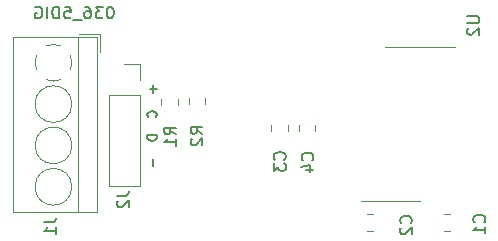
<source format=gbr>
G04 #@! TF.GenerationSoftware,KiCad,Pcbnew,5.1.5+dfsg1-2build2*
G04 #@! TF.CreationDate,2021-11-16T17:13:54-05:00*
G04 #@! TF.ProjectId,036INCH_5DIGIT,30333649-4e43-4485-9f35-44494749542e,rev?*
G04 #@! TF.SameCoordinates,Original*
G04 #@! TF.FileFunction,Legend,Bot*
G04 #@! TF.FilePolarity,Positive*
%FSLAX46Y46*%
G04 Gerber Fmt 4.6, Leading zero omitted, Abs format (unit mm)*
G04 Created by KiCad (PCBNEW 5.1.5+dfsg1-2build2) date 2021-11-16 17:13:54*
%MOMM*%
%LPD*%
G04 APERTURE LIST*
%ADD10C,0.150000*%
%ADD11C,0.120000*%
G04 APERTURE END LIST*
D10*
X110334038Y-100887280D02*
X110238800Y-100887280D01*
X110143561Y-100934900D01*
X110095942Y-100982519D01*
X110048323Y-101077757D01*
X110000704Y-101268233D01*
X110000704Y-101506328D01*
X110048323Y-101696804D01*
X110095942Y-101792042D01*
X110143561Y-101839661D01*
X110238800Y-101887280D01*
X110334038Y-101887280D01*
X110429276Y-101839661D01*
X110476895Y-101792042D01*
X110524514Y-101696804D01*
X110572133Y-101506328D01*
X110572133Y-101268233D01*
X110524514Y-101077757D01*
X110476895Y-100982519D01*
X110429276Y-100934900D01*
X110334038Y-100887280D01*
X109667371Y-100887280D02*
X109048323Y-100887280D01*
X109381657Y-101268233D01*
X109238800Y-101268233D01*
X109143561Y-101315852D01*
X109095942Y-101363471D01*
X109048323Y-101458709D01*
X109048323Y-101696804D01*
X109095942Y-101792042D01*
X109143561Y-101839661D01*
X109238800Y-101887280D01*
X109524514Y-101887280D01*
X109619752Y-101839661D01*
X109667371Y-101792042D01*
X108191180Y-100887280D02*
X108381657Y-100887280D01*
X108476895Y-100934900D01*
X108524514Y-100982519D01*
X108619752Y-101125376D01*
X108667371Y-101315852D01*
X108667371Y-101696804D01*
X108619752Y-101792042D01*
X108572133Y-101839661D01*
X108476895Y-101887280D01*
X108286419Y-101887280D01*
X108191180Y-101839661D01*
X108143561Y-101792042D01*
X108095942Y-101696804D01*
X108095942Y-101458709D01*
X108143561Y-101363471D01*
X108191180Y-101315852D01*
X108286419Y-101268233D01*
X108476895Y-101268233D01*
X108572133Y-101315852D01*
X108619752Y-101363471D01*
X108667371Y-101458709D01*
X107905466Y-101982519D02*
X107143561Y-101982519D01*
X106429276Y-100887280D02*
X106905466Y-100887280D01*
X106953085Y-101363471D01*
X106905466Y-101315852D01*
X106810228Y-101268233D01*
X106572133Y-101268233D01*
X106476895Y-101315852D01*
X106429276Y-101363471D01*
X106381657Y-101458709D01*
X106381657Y-101696804D01*
X106429276Y-101792042D01*
X106476895Y-101839661D01*
X106572133Y-101887280D01*
X106810228Y-101887280D01*
X106905466Y-101839661D01*
X106953085Y-101792042D01*
X105953085Y-101887280D02*
X105953085Y-100887280D01*
X105714990Y-100887280D01*
X105572133Y-100934900D01*
X105476895Y-101030138D01*
X105429276Y-101125376D01*
X105381657Y-101315852D01*
X105381657Y-101458709D01*
X105429276Y-101649185D01*
X105476895Y-101744423D01*
X105572133Y-101839661D01*
X105714990Y-101887280D01*
X105953085Y-101887280D01*
X104953085Y-101887280D02*
X104953085Y-100887280D01*
X103953085Y-100934900D02*
X104048323Y-100887280D01*
X104191180Y-100887280D01*
X104334038Y-100934900D01*
X104429276Y-101030138D01*
X104476895Y-101125376D01*
X104524514Y-101315852D01*
X104524514Y-101458709D01*
X104476895Y-101649185D01*
X104429276Y-101744423D01*
X104334038Y-101839661D01*
X104191180Y-101887280D01*
X104095942Y-101887280D01*
X103953085Y-101839661D01*
X103905466Y-101792042D01*
X103905466Y-101458709D01*
X104095942Y-101458709D01*
X113925342Y-107556728D02*
X113925342Y-108166252D01*
X114230104Y-107861490D02*
X113620580Y-107861490D01*
X114153914Y-110223395D02*
X114192009Y-110185300D01*
X114230104Y-110071014D01*
X114230104Y-109994823D01*
X114192009Y-109880538D01*
X114115819Y-109804347D01*
X114039628Y-109766252D01*
X113887247Y-109728157D01*
X113772961Y-109728157D01*
X113620580Y-109766252D01*
X113544390Y-109804347D01*
X113468200Y-109880538D01*
X113430104Y-109994823D01*
X113430104Y-110071014D01*
X113468200Y-110185300D01*
X113506295Y-110223395D01*
X114230104Y-111785300D02*
X113430104Y-111785300D01*
X113430104Y-111975776D01*
X113468200Y-112090061D01*
X113544390Y-112166252D01*
X113620580Y-112204347D01*
X113772961Y-112242442D01*
X113887247Y-112242442D01*
X114039628Y-112204347D01*
X114115819Y-112166252D01*
X114192009Y-112090061D01*
X114230104Y-111975776D01*
X114230104Y-111785300D01*
X113925342Y-113804347D02*
X113925342Y-114413871D01*
D11*
X112810600Y-105756400D02*
X111480600Y-105756400D01*
X112810600Y-107086400D02*
X112810600Y-105756400D01*
X112810600Y-108356400D02*
X110150600Y-108356400D01*
X110150600Y-108356400D02*
X110150600Y-116036400D01*
X112810600Y-108356400D02*
X112810600Y-116036400D01*
X112810600Y-116036400D02*
X110150600Y-116036400D01*
X118350100Y-108641248D02*
X118350100Y-109163752D01*
X116930100Y-108641248D02*
X116930100Y-109163752D01*
X116013300Y-108666648D02*
X116013300Y-109189152D01*
X114593300Y-108666648D02*
X114593300Y-109189152D01*
X127659200Y-110914548D02*
X127659200Y-111437052D01*
X126239200Y-110914548D02*
X126239200Y-111437052D01*
X125322400Y-110863748D02*
X125322400Y-111386252D01*
X123902400Y-110863748D02*
X123902400Y-111386252D01*
X132569852Y-119886800D02*
X132047348Y-119886800D01*
X132569852Y-118466800D02*
X132047348Y-118466800D01*
X139072252Y-119886800D02*
X138549748Y-119886800D01*
X139072252Y-118466800D02*
X138549748Y-118466800D01*
X109386200Y-103238600D02*
X109386200Y-104738600D01*
X107646200Y-103238600D02*
X109386200Y-103238600D01*
X102026200Y-118298600D02*
X109146200Y-118298600D01*
X102026200Y-103478600D02*
X109146200Y-103478600D01*
X109146200Y-103478600D02*
X109146200Y-118298600D01*
X102026200Y-103478600D02*
X102026200Y-118298600D01*
X107586200Y-103478600D02*
X107586200Y-118298600D01*
X107041200Y-116138600D02*
G75*
G03X107041200Y-116138600I-1555000J0D01*
G01*
X107041200Y-112638600D02*
G75*
G03X107041200Y-112638600I-1555000J0D01*
G01*
X107041200Y-109138600D02*
G75*
G03X107041200Y-109138600I-1555000J0D01*
G01*
X107041692Y-105665611D02*
G75*
G03X106918200Y-105030600I-1555492J27011D01*
G01*
X106093942Y-104206491D02*
G75*
G03X104878200Y-104206600I-607742J-1432109D01*
G01*
X104054091Y-105030858D02*
G75*
G03X104054200Y-106246600I1432109J-607742D01*
G01*
X104878458Y-107070709D02*
G75*
G03X106094200Y-107070600I607742J1432109D01*
G01*
X106917585Y-106246187D02*
G75*
G03X107041200Y-105638600I-1431385J607587D01*
G01*
X131525000Y-117362900D02*
X136525000Y-117362900D01*
X133525000Y-104302900D02*
X139525000Y-104302900D01*
D10*
X110882180Y-116874966D02*
X111596466Y-116874966D01*
X111739323Y-116827347D01*
X111834561Y-116732109D01*
X111882180Y-116589252D01*
X111882180Y-116494014D01*
X110977419Y-117303538D02*
X110929800Y-117351157D01*
X110882180Y-117446395D01*
X110882180Y-117684490D01*
X110929800Y-117779728D01*
X110977419Y-117827347D01*
X111072657Y-117874966D01*
X111167895Y-117874966D01*
X111310752Y-117827347D01*
X111882180Y-117255919D01*
X111882180Y-117874966D01*
X118092480Y-111669533D02*
X117616290Y-111336200D01*
X118092480Y-111098104D02*
X117092480Y-111098104D01*
X117092480Y-111479057D01*
X117140100Y-111574295D01*
X117187719Y-111621914D01*
X117282957Y-111669533D01*
X117425814Y-111669533D01*
X117521052Y-111621914D01*
X117568671Y-111574295D01*
X117616290Y-111479057D01*
X117616290Y-111098104D01*
X117187719Y-112050485D02*
X117140100Y-112098104D01*
X117092480Y-112193342D01*
X117092480Y-112431438D01*
X117140100Y-112526676D01*
X117187719Y-112574295D01*
X117282957Y-112621914D01*
X117378195Y-112621914D01*
X117521052Y-112574295D01*
X118092480Y-112002866D01*
X118092480Y-112621914D01*
X115857280Y-111707633D02*
X115381090Y-111374300D01*
X115857280Y-111136204D02*
X114857280Y-111136204D01*
X114857280Y-111517157D01*
X114904900Y-111612395D01*
X114952519Y-111660014D01*
X115047757Y-111707633D01*
X115190614Y-111707633D01*
X115285852Y-111660014D01*
X115333471Y-111612395D01*
X115381090Y-111517157D01*
X115381090Y-111136204D01*
X115857280Y-112660014D02*
X115857280Y-112088585D01*
X115857280Y-112374300D02*
X114857280Y-112374300D01*
X115000138Y-112279061D01*
X115095376Y-112183823D01*
X115142995Y-112088585D01*
X127407942Y-113879333D02*
X127455561Y-113831714D01*
X127503180Y-113688857D01*
X127503180Y-113593619D01*
X127455561Y-113450761D01*
X127360323Y-113355523D01*
X127265085Y-113307904D01*
X127074609Y-113260285D01*
X126931752Y-113260285D01*
X126741276Y-113307904D01*
X126646038Y-113355523D01*
X126550800Y-113450761D01*
X126503180Y-113593619D01*
X126503180Y-113688857D01*
X126550800Y-113831714D01*
X126598419Y-113879333D01*
X126836514Y-114736476D02*
X127503180Y-114736476D01*
X126455561Y-114498380D02*
X127169847Y-114260285D01*
X127169847Y-114879333D01*
X125045742Y-113828533D02*
X125093361Y-113780914D01*
X125140980Y-113638057D01*
X125140980Y-113542819D01*
X125093361Y-113399961D01*
X124998123Y-113304723D01*
X124902885Y-113257104D01*
X124712409Y-113209485D01*
X124569552Y-113209485D01*
X124379076Y-113257104D01*
X124283838Y-113304723D01*
X124188600Y-113399961D01*
X124140980Y-113542819D01*
X124140980Y-113638057D01*
X124188600Y-113780914D01*
X124236219Y-113828533D01*
X124140980Y-114161866D02*
X124140980Y-114780914D01*
X124521933Y-114447580D01*
X124521933Y-114590438D01*
X124569552Y-114685676D01*
X124617171Y-114733295D01*
X124712409Y-114780914D01*
X124950504Y-114780914D01*
X125045742Y-114733295D01*
X125093361Y-114685676D01*
X125140980Y-114590438D01*
X125140980Y-114304723D01*
X125093361Y-114209485D01*
X125045742Y-114161866D01*
X135739142Y-119213333D02*
X135786761Y-119165714D01*
X135834380Y-119022857D01*
X135834380Y-118927619D01*
X135786761Y-118784761D01*
X135691523Y-118689523D01*
X135596285Y-118641904D01*
X135405809Y-118594285D01*
X135262952Y-118594285D01*
X135072476Y-118641904D01*
X134977238Y-118689523D01*
X134882000Y-118784761D01*
X134834380Y-118927619D01*
X134834380Y-119022857D01*
X134882000Y-119165714D01*
X134929619Y-119213333D01*
X134929619Y-119594285D02*
X134882000Y-119641904D01*
X134834380Y-119737142D01*
X134834380Y-119975238D01*
X134882000Y-120070476D01*
X134929619Y-120118095D01*
X135024857Y-120165714D01*
X135120095Y-120165714D01*
X135262952Y-120118095D01*
X135834380Y-119546666D01*
X135834380Y-120165714D01*
X141949442Y-119124433D02*
X141997061Y-119076814D01*
X142044680Y-118933957D01*
X142044680Y-118838719D01*
X141997061Y-118695861D01*
X141901823Y-118600623D01*
X141806585Y-118553004D01*
X141616109Y-118505385D01*
X141473252Y-118505385D01*
X141282776Y-118553004D01*
X141187538Y-118600623D01*
X141092300Y-118695861D01*
X141044680Y-118838719D01*
X141044680Y-118933957D01*
X141092300Y-119076814D01*
X141139919Y-119124433D01*
X142044680Y-120076814D02*
X142044680Y-119505385D01*
X142044680Y-119791100D02*
X141044680Y-119791100D01*
X141187538Y-119695861D01*
X141282776Y-119600623D01*
X141330395Y-119505385D01*
X104671880Y-119135566D02*
X105386166Y-119135566D01*
X105529023Y-119087947D01*
X105624261Y-118992709D01*
X105671880Y-118849852D01*
X105671880Y-118754614D01*
X105671880Y-120135566D02*
X105671880Y-119564138D01*
X105671880Y-119849852D02*
X104671880Y-119849852D01*
X104814738Y-119754614D01*
X104909976Y-119659376D01*
X104957595Y-119564138D01*
X140536680Y-101714395D02*
X141346204Y-101714395D01*
X141441442Y-101762014D01*
X141489061Y-101809633D01*
X141536680Y-101904871D01*
X141536680Y-102095347D01*
X141489061Y-102190585D01*
X141441442Y-102238204D01*
X141346204Y-102285823D01*
X140536680Y-102285823D01*
X140631919Y-102714395D02*
X140584300Y-102762014D01*
X140536680Y-102857252D01*
X140536680Y-103095347D01*
X140584300Y-103190585D01*
X140631919Y-103238204D01*
X140727157Y-103285823D01*
X140822395Y-103285823D01*
X140965252Y-103238204D01*
X141536680Y-102666776D01*
X141536680Y-103285823D01*
M02*

</source>
